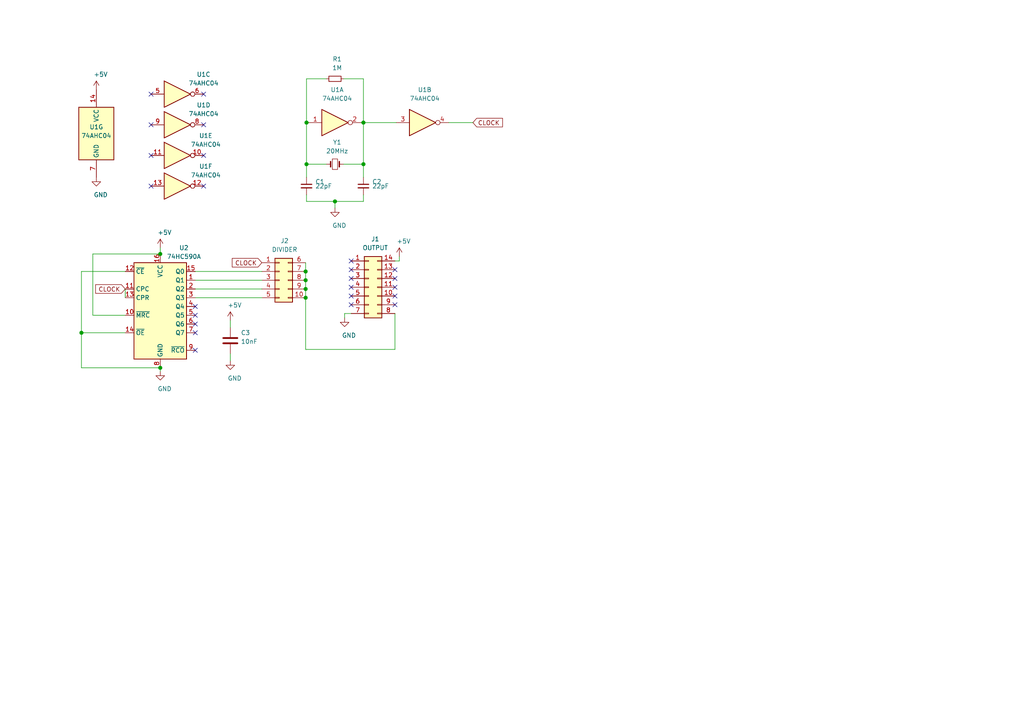
<source format=kicad_sch>
(kicad_sch (version 20211123) (generator eeschema)
  (paper "A4")
  (lib_symbols
    (symbol "74xx:74AHC04"
      (property "Reference" "U" (at 0 1.27 0))
      (property "Value" "74AHC04" (at 0 -1.27 0))
      (symbol "74AHC04_1_0"
        (polyline (pts (xy -3.81 3.81) (xy -3.81 -3.81) (xy 3.81 0) (xy -3.81 3.81)) (stroke (width 0.254)) (fill (type background)))
        (pin input line (at -7.62 0 0) (length 3.81) (name "~") (number "1"))
        (pin output inverted (at 7.62 0 180) (length 3.81) (name "~") (number "2"))
      )
      (symbol "74AHC04_2_0"
        (polyline (pts (xy -3.81 3.81) (xy -3.81 -3.81) (xy 3.81 0) (xy -3.81 3.81)) (stroke (width 0.254)) (fill (type background)))
        (pin input line (at -7.62 0 0) (length 3.81) (name "~") (number "3"))
        (pin output inverted (at 7.62 0 180) (length 3.81) (name "~") (number "4"))
      )
      (symbol "74AHC04_3_0"
        (polyline (pts (xy -3.81 3.81) (xy -3.81 -3.81) (xy 3.81 0) (xy -3.81 3.81)) (stroke (width 0.254)) (fill (type background)))
        (pin input line (at -7.62 0 0) (length 3.81) (name "~") (number "5"))
        (pin output inverted (at 7.62 0 180) (length 3.81) (name "~") (number "6"))
      )
      (symbol "74AHC04_4_0"
        (polyline (pts (xy -3.81 3.81) (xy -3.81 -3.81) (xy 3.81 0) (xy -3.81 3.81)) (stroke (width 0.254)) (fill (type background)))
        (pin output inverted (at 7.62 0 180) (length 3.81) (name "~") (number "8"))
        (pin input line (at -7.62 0 0) (length 3.81) (name "~") (number "9"))
      )
      (symbol "74AHC04_5_0"
        (polyline (pts (xy -3.81 3.81) (xy -3.81 -3.81) (xy 3.81 0) (xy -3.81 3.81)) (stroke (width 0.254)) (fill (type background)))
        (pin output inverted (at 7.62 0 180) (length 3.81) (name "~") (number "10"))
        (pin input line (at -7.62 0 0) (length 3.81) (name "~") (number "11"))
      )
      (symbol "74AHC04_6_0"
        (polyline (pts (xy -3.81 3.81) (xy -3.81 -3.81) (xy 3.81 0) (xy -3.81 3.81)) (stroke (width 0.254)) (fill (type background)))
        (pin output inverted (at 7.62 0 180) (length 3.81) (name "~") (number "12"))
        (pin input line (at -7.62 0 0) (length 3.81) (name "~") (number "13"))
      )
      (symbol "74AHC04_7_0"
        (pin power_in line (at 0 12.7 270) (length 5.08) (name "VCC") (number "14"))
        (pin power_in line (at 0 -12.7 90) (length 5.08) (name "GND") (number "7"))
      )
      (symbol "74AHC04_7_1"
        (rectangle (start -5.08 7.62) (end 5.08 -7.62) (stroke (width 0.254)) (fill (type background)))
      )
    )
    (symbol "74xx:74HC590A"
      (property "Reference" "U" (at -7.62 16.51 0))
      (property "Value" "74HC590A" (at -7.62 -13.97 0))
      (symbol "74HC590A_1_0"
        (pin tri_state line (at 10.16 10.16 180) (length 2.54) (name "Q1") (number "1"))
        (pin input line (at -10.16 0 0) (length 2.54) (name "~{MRC}") (number "10"))
        (pin input line (at -10.16 7.62 0) (length 2.54) (name "CPC") (number "11"))
        (pin input line (at -10.16 12.7 0) (length 2.54) (name "~{CE}") (number "12"))
        (pin input line (at -10.16 5.08 0) (length 2.54) (name "CPR") (number "13"))
        (pin input line (at -10.16 -5.08 0) (length 2.54) (name "~{OE}") (number "14"))
        (pin tri_state line (at 10.16 12.7 180) (length 2.54) (name "Q0") (number "15"))
        (pin power_in line (at 0 17.78 270) (length 2.54) (name "VCC") (number "16"))
        (pin tri_state line (at 10.16 7.62 180) (length 2.54) (name "Q2") (number "2"))
        (pin tri_state line (at 10.16 5.08 180) (length 2.54) (name "Q3") (number "3"))
        (pin tri_state line (at 10.16 2.54 180) (length 2.54) (name "Q4") (number "4"))
        (pin tri_state line (at 10.16 0 180) (length 2.54) (name "Q5") (number "5"))
        (pin tri_state line (at 10.16 -2.54 180) (length 2.54) (name "Q6") (number "6"))
        (pin tri_state line (at 10.16 -5.08 180) (length 2.54) (name "Q7") (number "7"))
        (pin power_in line (at 0 -15.24 90) (length 2.54) (name "GND") (number "8"))
        (pin output line (at 10.16 -10.16 180) (length 2.54) (name "~{RCO}") (number "9"))
      )
      (symbol "74HC590A_1_1"
        (rectangle (start -7.62 15.24) (end 7.62 -12.7) (stroke (width 0.254)) (fill (type background)))
      )
    )
    (symbol "Connector_Generic:Conn_02x05_Top_Bottom" (pin_names (offset 1.016) hide)
      (property "Reference" "J" (at 1.27 7.62 0))
      (property "Value" "Conn_02x05_Top_Bottom" (at 1.27 -7.62 0))
      (symbol "Conn_02x05_Top_Bottom_1_1"
        (rectangle (start -1.27 -4.953) (end 0 -5.207) (stroke (width 0.1524)))
        (rectangle (start -1.27 -2.413) (end 0 -2.667) (stroke (width 0.1524)))
        (rectangle (start -1.27 0.127) (end 0 -0.127) (stroke (width 0.1524)))
        (rectangle (start -1.27 2.667) (end 0 2.413) (stroke (width 0.1524)))
        (rectangle (start -1.27 5.207) (end 0 4.953) (stroke (width 0.1524)))
        (rectangle (start -1.27 6.35) (end 3.81 -6.35) (stroke (width 0.254)) (fill (type background)))
        (rectangle (start 3.81 -4.953) (end 2.54 -5.207) (stroke (width 0.1524)))
        (rectangle (start 3.81 -2.413) (end 2.54 -2.667) (stroke (width 0.1524)))
        (rectangle (start 3.81 0.127) (end 2.54 -0.127) (stroke (width 0.1524)))
        (rectangle (start 3.81 2.667) (end 2.54 2.413) (stroke (width 0.1524)))
        (rectangle (start 3.81 5.207) (end 2.54 4.953) (stroke (width 0.1524)))
        (pin passive line (at -5.08 5.08 0) (length 3.81) (name "Pin_1") (number "1"))
        (pin passive line (at 7.62 -5.08 180) (length 3.81) (name "Pin_10") (number "10"))
        (pin passive line (at -5.08 2.54 0) (length 3.81) (name "Pin_2") (number "2"))
        (pin passive line (at -5.08 0 0) (length 3.81) (name "Pin_3") (number "3"))
        (pin passive line (at -5.08 -2.54 0) (length 3.81) (name "Pin_4") (number "4"))
        (pin passive line (at -5.08 -5.08 0) (length 3.81) (name "Pin_5") (number "5"))
        (pin passive line (at 7.62 5.08 180) (length 3.81) (name "Pin_6") (number "6"))
        (pin passive line (at 7.62 2.54 180) (length 3.81) (name "Pin_7") (number "7"))
        (pin passive line (at 7.62 0 180) (length 3.81) (name "Pin_8") (number "8"))
        (pin passive line (at 7.62 -2.54 180) (length 3.81) (name "Pin_9") (number "9"))
      )
    )
    (symbol "Connector_Generic:Conn_02x07_Counter_Clockwise" (pin_names (offset 1.016) hide)
      (property "Reference" "J" (at 1.27 10.16 0))
      (property "Value" "Conn_02x07_Counter_Clockwise" (at 1.27 -10.16 0))
      (symbol "Conn_02x07_Counter_Clockwise_1_1"
        (rectangle (start -1.27 -7.493) (end 0 -7.747) (stroke (width 0.1524)))
        (rectangle (start -1.27 -4.953) (end 0 -5.207) (stroke (width 0.1524)))
        (rectangle (start -1.27 -2.413) (end 0 -2.667) (stroke (width 0.1524)))
        (rectangle (start -1.27 0.127) (end 0 -0.127) (stroke (width 0.1524)))
        (rectangle (start -1.27 2.667) (end 0 2.413) (stroke (width 0.1524)))
        (rectangle (start -1.27 5.207) (end 0 4.953) (stroke (width 0.1524)))
        (rectangle (start -1.27 7.747) (end 0 7.493) (stroke (width 0.1524)))
        (rectangle (start -1.27 8.89) (end 3.81 -8.89) (stroke (width 0.254)) (fill (type background)))
        (rectangle (start 3.81 -7.493) (end 2.54 -7.747) (stroke (width 0.1524)))
        (rectangle (start 3.81 -4.953) (end 2.54 -5.207) (stroke (width 0.1524)))
        (rectangle (start 3.81 -2.413) (end 2.54 -2.667) (stroke (width 0.1524)))
        (rectangle (start 3.81 0.127) (end 2.54 -0.127) (stroke (width 0.1524)))
        (rectangle (start 3.81 2.667) (end 2.54 2.413) (stroke (width 0.1524)))
        (rectangle (start 3.81 5.207) (end 2.54 4.953) (stroke (width 0.1524)))
        (rectangle (start 3.81 7.747) (end 2.54 7.493) (stroke (width 0.1524)))
        (pin passive line (at -5.08 7.62 0) (length 3.81) (name "Pin_1") (number "1"))
        (pin passive line (at 7.62 -2.54 180) (length 3.81) (name "Pin_10") (number "10"))
        (pin passive line (at 7.62 0 180) (length 3.81) (name "Pin_11") (number "11"))
        (pin passive line (at 7.62 2.54 180) (length 3.81) (name "Pin_12") (number "12"))
        (pin passive line (at 7.62 5.08 180) (length 3.81) (name "Pin_13") (number "13"))
        (pin passive line (at 7.62 7.62 180) (length 3.81) (name "Pin_14") (number "14"))
        (pin passive line (at -5.08 5.08 0) (length 3.81) (name "Pin_2") (number "2"))
        (pin passive line (at -5.08 2.54 0) (length 3.81) (name "Pin_3") (number "3"))
        (pin passive line (at -5.08 0 0) (length 3.81) (name "Pin_4") (number "4"))
        (pin passive line (at -5.08 -2.54 0) (length 3.81) (name "Pin_5") (number "5"))
        (pin passive line (at -5.08 -5.08 0) (length 3.81) (name "Pin_6") (number "6"))
        (pin passive line (at -5.08 -7.62 0) (length 3.81) (name "Pin_7") (number "7"))
        (pin passive line (at 7.62 -7.62 180) (length 3.81) (name "Pin_8") (number "8"))
        (pin passive line (at 7.62 -5.08 180) (length 3.81) (name "Pin_9") (number "9"))
      )
    )
    (symbol "Device:C" (pin_numbers hide) (pin_names (offset 0.254))
      (property "Reference" "C" (at 0.635 2.54 0))
      (property "Value" "C" (at 0.635 -2.54 0))
      (symbol "C_0_1"
        (polyline (pts (xy -2.032 -0.762) (xy 2.032 -0.762)) (stroke (width 0.508)))
        (polyline (pts (xy -2.032 0.762) (xy 2.032 0.762)) (stroke (width 0.508)))
      )
      (symbol "C_1_1"
        (pin passive line (at 0 3.81 270) (length 2.794) (name "~") (number "1"))
        (pin passive line (at 0 -3.81 90) (length 2.794) (name "~") (number "2"))
      )
    )
    (symbol "Device:C_Small" (pin_numbers hide) (pin_names (offset 0.254) hide)
      (property "Reference" "C" (at 0.254 1.778 0))
      (property "Value" "C_Small" (at 0.254 -2.032 0))
      (symbol "C_Small_0_1"
        (polyline (pts (xy -1.524 -0.508) (xy 1.524 -0.508)) (stroke (width 0.3302)))
        (polyline (pts (xy -1.524 0.508) (xy 1.524 0.508)) (stroke (width 0.3048)))
      )
      (symbol "C_Small_1_1"
        (pin passive line (at 0 2.54 270) (length 2.032) (name "~") (number "1"))
        (pin passive line (at 0 -2.54 90) (length 2.032) (name "~") (number "2"))
      )
    )
    (symbol "Device:Crystal_Small" (pin_numbers hide) (pin_names (offset 1.016) hide)
      (property "Reference" "Y" (at 0 2.54 0))
      (property "Value" "Crystal_Small" (at 0 -2.54 0))
      (symbol "Crystal_Small_0_1"
        (rectangle (start -0.762 -1.524) (end 0.762 1.524))
        (polyline (pts (xy -1.27 -0.762) (xy -1.27 0.762)) (stroke (width 0.381)))
        (polyline (pts (xy 1.27 -0.762) (xy 1.27 0.762)) (stroke (width 0.381)))
      )
      (symbol "Crystal_Small_1_1"
        (pin passive line (at -2.54 0 0) (length 1.27) (name "1") (number "1"))
        (pin passive line (at 2.54 0 180) (length 1.27) (name "2") (number "2"))
      )
    )
    (symbol "Device:R_Small" (pin_numbers hide) (pin_names (offset 0.254) hide)
      (property "Reference" "R" (at 0.762 0.508 0))
      (property "Value" "R_Small" (at 0.762 -1.016 0))
      (symbol "R_Small_0_1"
        (rectangle (start -0.762 1.778) (end 0.762 -1.778) (stroke (width 0.2032)))
      )
      (symbol "R_Small_1_1"
        (pin passive line (at 0 2.54 270) (length 0.762) (name "~") (number "1"))
        (pin passive line (at 0 -2.54 90) (length 0.762) (name "~") (number "2"))
      )
    )
    (symbol "power:+5V" (power) (pin_names (offset 0))
      (property "Value" "+5V" (at 0 3.556 0))
      (symbol "+5V_0_1"
        (polyline (pts (xy -0.762 1.27) (xy 0 2.54)))
        (polyline (pts (xy 0 0) (xy 0 2.54)))
        (polyline (pts (xy 0 2.54) (xy 0.762 1.27)))
      )
      (symbol "+5V_1_1"
        (pin power_in line (at 0 0 90) (length 0) hide (name "+5V") (number "1"))
      )
    )
    (symbol "power:GND" (power) (pin_names (offset 0))
      (property "Value" "GND" (at 0 -3.81 0))
      (symbol "GND_0_1"
        (polyline (pts (xy 0 0) (xy 0 -1.27) (xy 1.27 -1.27) (xy 0 -2.54) (xy -1.27 -1.27) (xy 0 -1.27)))
      )
      (symbol "GND_1_1"
        (pin power_in line (at 0 0 270) (length 0) hide (name "GND") (number "1"))
      )
    )
  )
  (junction (at 46.482 106.68) (diameter 1.016))
  (junction (at 46.482 73.66) (diameter 1.016))
  (junction (at 88.9 35.56) (diameter 1.016))
  (junction (at 23.622 96.52) (diameter 1.016))
  (junction (at 88.646 83.82) (diameter 1.016))
  (junction (at 88.9 47.625) (diameter 1.016))
  (junction (at 88.646 86.36) (diameter 1.016))
  (junction (at 88.646 78.74) (diameter 1.016))
  (junction (at 105.41 47.625) (diameter 1.016))
  (junction (at 97.155 58.42) (diameter 1.016))
  (junction (at 88.646 81.28) (diameter 1.016))
  (junction (at 105.41 35.56) (diameter 1.016))
  (no_connect (at 101.854 85.852))
  (no_connect (at 101.854 83.312))
  (no_connect (at 59.055 45.085))
  (no_connect (at 59.055 53.975))
  (no_connect (at 114.554 88.392))
  (no_connect (at 114.554 80.772))
  (no_connect (at 43.815 27.305))
  (no_connect (at 43.815 45.085))
  (no_connect (at 43.815 36.195))
  (no_connect (at 101.854 75.692))
  (no_connect (at 56.642 101.6))
  (no_connect (at 43.815 53.975))
  (no_connect (at 59.055 36.195))
  (no_connect (at 101.854 80.772))
  (no_connect (at 56.642 91.44))
  (no_connect (at 114.554 85.852))
  (no_connect (at 101.854 78.232))
  (no_connect (at 101.854 88.392))
  (no_connect (at 56.642 88.9))
  (no_connect (at 56.642 96.52))
  (no_connect (at 56.642 93.98))
  (no_connect (at 59.055 27.305))
  (no_connect (at 114.554 83.312))
  (no_connect (at 114.554 78.232))
  (wire (pts (xy 23.622 96.52) (xy 36.322 96.52)))
  (wire (pts (xy 88.9 47.625) (xy 94.615 47.625)))
  (wire (pts (xy 114.554 75.692) (xy 115.824 75.692)))
  (wire (pts (xy 23.622 78.74) (xy 23.622 96.52)))
  (wire (pts (xy 88.646 78.74) (xy 88.646 81.28)))
  (wire (pts (xy 130.175 35.56) (xy 137.16 35.56)))
  (wire (pts (xy 26.924 91.44) (xy 26.924 73.66)))
  (wire (pts (xy 89.535 35.56) (xy 88.9 35.56)))
  (wire (pts (xy 88.9 22.86) (xy 88.9 35.56)))
  (wire (pts (xy 56.642 81.28) (xy 75.946 81.28)))
  (wire (pts (xy 88.9 56.515) (xy 88.9 58.42)))
  (wire (pts (xy 105.41 22.86) (xy 105.41 35.56)))
  (wire (pts (xy 36.322 83.82) (xy 36.322 86.36)))
  (wire (pts (xy 26.924 73.66) (xy 46.482 73.66)))
  (wire (pts (xy 97.155 58.42) (xy 105.41 58.42)))
  (wire (pts (xy 99.695 22.86) (xy 105.41 22.86)))
  (wire (pts (xy 115.824 75.692) (xy 115.824 74.422)))
  (wire (pts (xy 56.642 78.74) (xy 75.946 78.74)))
  (wire (pts (xy 97.155 58.42) (xy 97.155 60.325)))
  (wire (pts (xy 105.41 47.625) (xy 105.41 51.435)))
  (wire (pts (xy 88.646 76.2) (xy 88.646 78.74)))
  (wire (pts (xy 88.646 83.82) (xy 88.646 86.36)))
  (wire (pts (xy 88.646 86.36) (xy 88.646 101.346)))
  (wire (pts (xy 36.322 78.74) (xy 23.622 78.74)))
  (wire (pts (xy 105.41 35.56) (xy 114.935 35.56)))
  (wire (pts (xy 56.642 83.82) (xy 75.946 83.82)))
  (wire (pts (xy 23.622 96.52) (xy 23.622 106.68)))
  (wire (pts (xy 26.924 91.44) (xy 36.322 91.44)))
  (wire (pts (xy 105.41 35.56) (xy 105.41 47.625)))
  (wire (pts (xy 99.695 47.625) (xy 105.41 47.625)))
  (wire (pts (xy 88.9 58.42) (xy 97.155 58.42)))
  (wire (pts (xy 88.646 81.28) (xy 88.646 83.82)))
  (wire (pts (xy 66.802 102.616) (xy 66.802 104.648)))
  (wire (pts (xy 46.482 71.882) (xy 46.482 73.66)))
  (wire (pts (xy 105.41 58.42) (xy 105.41 56.515)))
  (wire (pts (xy 88.9 51.435) (xy 88.9 47.625)))
  (wire (pts (xy 114.554 101.346) (xy 114.554 90.932)))
  (wire (pts (xy 56.642 86.36) (xy 75.946 86.36)))
  (wire (pts (xy 88.9 35.56) (xy 88.9 47.625)))
  (wire (pts (xy 99.949 90.932) (xy 99.949 92.202)))
  (wire (pts (xy 104.775 35.56) (xy 105.41 35.56)))
  (wire (pts (xy 23.622 106.68) (xy 46.482 106.68)))
  (wire (pts (xy 88.646 101.346) (xy 114.554 101.346)))
  (wire (pts (xy 46.482 106.68) (xy 46.482 107.696)))
  (wire (pts (xy 66.802 92.964) (xy 66.802 94.996)))
  (wire (pts (xy 94.615 22.86) (xy 88.9 22.86)))
  (wire (pts (xy 101.854 90.932) (xy 99.949 90.932)))
  (global_label "CLOCK" (shape input) (at 75.946 76.2 180) (property "Intersheet References" "${INTERSHEET_REFS}" (effects hide)))
  (global_label "CLOCK" (shape input) (at 137.16 35.56 0) (property "Intersheet References" "${INTERSHEET_REFS}" (effects hide)))
  (global_label "CLOCK" (shape input) (at 36.322 83.82 180) (property "Intersheet References" "${INTERSHEET_REFS}" (effects hide)))
  (symbol (lib_id "power:GND") (at 46.482 107.696 0) (unit 1)
    (property "Reference" "#PWR07" (effects hide))
    (property "Value" "GND" (at 47.752 112.776 0))
  )
  (symbol (lib_id "power:GND") (at 97.155 60.325 0) (unit 1)
    (property "Reference" "#PWR03" (effects hide))
    (property "Value" "GND" (at 98.425 65.405 0))
  )
  (symbol (lib_id "74xx:74AHC04") (at 122.555 35.56 0) (unit 2)
    (property "Reference" "U1" (at 123.19 26.035 0))
    (property "Value" "74AHC04" (at 123.19 28.575 0))
    (property "Footprint" "Package_DIP:DIP-14_W7.62mm" (effects hide))
    (property "Datasheet" "https://assets.nexperia.com/documents/data-sheet/74AHC_AHCT04.pdf" (effects hide))
  )
  (symbol (lib_id "power:+5V") (at 66.802 92.964 0) (unit 1)
    (property "Reference" "#PWR08" (effects hide))
    (property "Value" "+5V" (at 68.072 88.519 0))
  )
  (symbol (lib_id "Device:Crystal_Small") (at 97.155 47.625 0) (unit 1)
    (property "Reference" "Y1" (at 97.79 41.275 0))
    (property "Value" "20MHz" (at 97.79 43.815 0))
    (property "Footprint" "Crystal:Crystal_HC18-U_Vertical" (effects hide))
  )
  (symbol (lib_id "power:GND") (at 99.949 92.202 0) (unit 1)
    (property "Reference" "#PWR04" (effects hide))
    (property "Value" "GND" (at 101.219 97.282 0))
  )
  (symbol (lib_id "Device:R_Small") (at 97.155 22.86 90) (unit 1)
    (property "Reference" "R1" (at 97.79 17.145 90))
    (property "Value" "1M" (at 97.79 19.685 90))
    (property "Footprint" "Resistor_THT:R_Axial_DIN0207_L6.3mm_D2.5mm_P10.16mm_Horizontal" (effects hide))
  )
  (symbol (lib_id "74xx:74AHC04") (at 51.435 36.195 0) (unit 4)
    (property "Reference" "U1" (at 59.055 30.48 0))
    (property "Value" "74AHC04" (at 59.055 33.02 0))
    (property "Footprint" "Package_DIP:DIP-14_W7.62mm" (effects hide))
    (property "Datasheet" "https://assets.nexperia.com/documents/data-sheet/74AHC_AHCT04.pdf" (effects hide))
  )
  (symbol (lib_id "74xx:74HC590A") (at 46.482 91.44 0) (unit 1)
    (property "Reference" "U2" (at 53.34 71.882 0))
    (property "Value" "74HC590A" (at 53.34 74.422 0))
    (property "Footprint" "Package_DIP:DIP-16_W7.62mm" (effects hide))
    (property "Datasheet" "http://www.ti.com/lit/ds/symlink/sn74hc590a.pdf" (effects hide))
  )
  (symbol (lib_id "power:+5V") (at 27.94 26.035 0) (unit 1)
    (property "Reference" "#PWR01" (effects hide))
    (property "Value" "+5V" (at 29.21 21.59 0))
  )
  (symbol (lib_id "74xx:74AHC04") (at 51.435 45.085 0) (unit 5)
    (property "Reference" "U1" (at 59.69 39.37 0))
    (property "Value" "74AHC04" (at 59.69 41.91 0))
    (property "Footprint" "Package_DIP:DIP-14_W7.62mm" (effects hide))
    (property "Datasheet" "https://assets.nexperia.com/documents/data-sheet/74AHC_AHCT04.pdf" (effects hide))
  )
  (symbol (lib_id "Device:C") (at 66.802 98.806 0) (unit 1)
    (property "Reference" "C3" (at 69.85 96.52 0) (effects (justify left)))
    (property "Value" "10nF" (at 69.85 99.06 0) (effects (justify left)))
    (property "Footprint" "Capacitor_THT:C_Disc_D5.0mm_W2.5mm_P2.50mm" (effects hide))
  )
  (symbol (lib_id "power:GND") (at 27.94 51.435 0) (unit 1)
    (property "Reference" "#PWR02" (effects hide))
    (property "Value" "GND" (at 29.21 56.515 0))
  )
  (symbol (lib_id "Connector_Generic:Conn_02x07_Counter_Clockwise") (at 106.934 83.312 0) (unit 1)
    (property "Reference" "J1" (at 108.839 69.342 0))
    (property "Value" "OUTPUT" (at 108.839 71.882 0))
    (property "Footprint" "Package_DIP:DIP-14_W7.62mm" (effects hide))
  )
  (symbol (lib_id "power:+5V") (at 115.824 74.422 0) (unit 1)
    (property "Reference" "#PWR05" (effects hide))
    (property "Value" "+5V" (at 117.094 69.977 0))
  )
  (symbol (lib_id "Device:C_Small") (at 105.41 53.975 0) (unit 1)
    (property "Reference" "C2" (at 107.95 52.705 0) (effects (justify left)))
    (property "Value" "22pF" (at 107.95 53.975 0) (effects (justify left)))
    (property "Footprint" "Capacitor_THT:C_Disc_D5.0mm_W2.5mm_P2.50mm" (effects hide))
  )
  (symbol (lib_id "Connector_Generic:Conn_02x05_Top_Bottom") (at 81.026 81.28 0) (unit 1)
    (property "Reference" "J2" (at 82.55 69.85 0))
    (property "Value" "DIVIDER" (at 82.55 72.39 0))
    (property "Footprint" "Button_Switch_THT:SW_DIP_SPSTx05_Slide_6.7x14.26mm_W7.62mm_P2.54mm_LowProfile" (effects hide))
  )
  (symbol (lib_id "74xx:74AHC04") (at 97.155 35.56 0) (unit 1)
    (property "Reference" "U1" (at 97.79 26.035 0))
    (property "Value" "74AHC04" (at 97.79 28.575 0))
    (property "Footprint" "Package_DIP:DIP-14_W7.62mm" (effects hide))
    (property "Datasheet" "https://assets.nexperia.com/documents/data-sheet/74AHC_AHCT04.pdf" (effects hide))
  )
  (symbol (lib_id "Device:C_Small") (at 88.9 53.975 0) (unit 1)
    (property "Reference" "C1" (at 91.44 52.705 0) (effects (justify left)))
    (property "Value" "22pF" (at 91.44 53.975 0) (effects (justify left)))
    (property "Footprint" "Capacitor_THT:C_Disc_D5.0mm_W2.5mm_P2.50mm" (effects hide))
  )
  (symbol (lib_id "74xx:74AHC04") (at 51.435 27.305 0) (unit 3)
    (property "Reference" "U1" (at 59.055 21.59 0))
    (property "Value" "74AHC04" (at 59.055 24.13 0))
    (property "Footprint" "Package_DIP:DIP-14_W7.62mm" (effects hide))
    (property "Datasheet" "https://assets.nexperia.com/documents/data-sheet/74AHC_AHCT04.pdf" (effects hide))
  )
  (symbol (lib_id "power:GND") (at 66.802 104.648 0) (unit 1)
    (property "Reference" "#PWR09" (effects hide))
    (property "Value" "GND" (at 68.072 109.728 0))
  )
  (symbol (lib_id "power:+5V") (at 46.482 71.882 0) (unit 1)
    (property "Reference" "#PWR06" (effects hide))
    (property "Value" "+5V" (at 47.752 67.437 0))
  )
  (symbol (lib_id "74xx:74AHC04") (at 51.435 53.975 0) (unit 6)
    (property "Reference" "U1" (at 59.69 48.26 0))
    (property "Value" "74AHC04" (at 59.69 50.8 0))
    (property "Footprint" "Package_DIP:DIP-14_W7.62mm" (effects hide))
    (property "Datasheet" "https://assets.nexperia.com/documents/data-sheet/74AHC_AHCT04.pdf" (effects hide))
  )
  (symbol (lib_id "74xx:74AHC04") (at 27.94 38.735 0) (unit 7)
    (property "Reference" "U1" (at 27.94 36.83 0))
    (property "Value" "74AHC04" (at 27.94 39.37 0))
    (property "Footprint" "Package_DIP:DIP-14_W7.62mm" (effects hide))
    (property "Datasheet" "https://assets.nexperia.com/documents/data-sheet/74AHC_AHCT04.pdf" (effects hide))
  )
)
</source>
